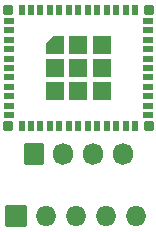
<source format=gbr>
%TF.GenerationSoftware,KiCad,Pcbnew,(6.0.2-0)*%
%TF.CreationDate,2022-04-02T10:18:43+01:00*%
%TF.ProjectId,Daikin,4461696b-696e-42e6-9b69-6361645f7063,1*%
%TF.SameCoordinates,Original*%
%TF.FileFunction,Soldermask,Top*%
%TF.FilePolarity,Negative*%
%FSLAX46Y46*%
G04 Gerber Fmt 4.6, Leading zero omitted, Abs format (unit mm)*
G04 Created by KiCad (PCBNEW (6.0.2-0)) date 2022-04-02 10:18:43*
%MOMM*%
%LPD*%
G01*
G04 APERTURE LIST*
G04 Aperture macros list*
%AMRoundRect*
0 Rectangle with rounded corners*
0 $1 Rounding radius*
0 $2 $3 $4 $5 $6 $7 $8 $9 X,Y pos of 4 corners*
0 Add a 4 corners polygon primitive as box body*
4,1,4,$2,$3,$4,$5,$6,$7,$8,$9,$2,$3,0*
0 Add four circle primitives for the rounded corners*
1,1,$1+$1,$2,$3*
1,1,$1+$1,$4,$5*
1,1,$1+$1,$6,$7*
1,1,$1+$1,$8,$9*
0 Add four rect primitives between the rounded corners*
20,1,$1+$1,$2,$3,$4,$5,0*
20,1,$1+$1,$4,$5,$6,$7,0*
20,1,$1+$1,$6,$7,$8,$9,0*
20,1,$1+$1,$8,$9,$2,$3,0*%
%AMFreePoly0*
4,1,14,0.732071,0.732071,0.735000,0.725000,0.735000,-0.725000,0.732071,-0.732071,0.725000,-0.735000,-0.725000,-0.735000,-0.732071,-0.732071,-0.735000,-0.725000,-0.735000,0.130500,-0.732071,0.137571,-0.137571,0.732071,-0.130500,0.735000,0.725000,0.735000,0.732071,0.732071,0.732071,0.732071,$1*%
G04 Aperture macros list end*
%ADD10RoundRect,0.010000X-0.400000X-0.200000X0.400000X-0.200000X0.400000X0.200000X-0.400000X0.200000X0*%
%ADD11RoundRect,0.010000X-0.200000X-0.400000X0.200000X-0.400000X0.200000X0.400000X-0.200000X0.400000X0*%
%ADD12RoundRect,0.010000X-0.725000X-0.725000X0.725000X-0.725000X0.725000X0.725000X-0.725000X0.725000X0*%
%ADD13FreePoly0,0.000000*%
%ADD14RoundRect,0.010000X-0.350000X-0.350000X0.350000X-0.350000X0.350000X0.350000X-0.350000X0.350000X0*%
%ADD15RoundRect,0.010000X0.850000X-0.850000X0.850000X0.850000X-0.850000X0.850000X-0.850000X-0.850000X0*%
%ADD16O,1.720000X1.720000*%
%ADD17RoundRect,0.260000X-0.600000X-0.675000X0.600000X-0.675000X0.600000X0.675000X-0.600000X0.675000X0*%
%ADD18O,1.720000X1.870000*%
G04 APERTURE END LIST*
D10*
%TO.C,U1*%
X94100000Y-40193250D03*
X94100000Y-40993250D03*
X94100000Y-41793250D03*
X94100000Y-42593250D03*
X94100000Y-43393250D03*
X94100000Y-44193250D03*
X94100000Y-44993250D03*
X94100000Y-45793250D03*
X94100000Y-46593250D03*
X94100000Y-47393250D03*
X94100000Y-48193250D03*
D11*
X95200000Y-49093250D03*
X96000000Y-49093250D03*
X96800000Y-49093250D03*
X97600000Y-49093250D03*
X98400000Y-49093250D03*
X99200000Y-49093250D03*
X100000000Y-49093250D03*
X100800000Y-49093250D03*
X101600000Y-49093250D03*
X102400000Y-49093250D03*
X103200000Y-49093250D03*
X104000000Y-49093250D03*
X104800000Y-49093250D03*
D10*
X105900000Y-48193250D03*
X105900000Y-47393250D03*
X105900000Y-46593250D03*
X105900000Y-45793250D03*
X105900000Y-44993250D03*
X105900000Y-44193250D03*
X105900000Y-43393250D03*
X105900000Y-42593250D03*
X105900000Y-41793250D03*
X105900000Y-40993250D03*
X105900000Y-40193250D03*
D11*
X104800000Y-39293250D03*
X104000000Y-39293250D03*
X103200000Y-39293250D03*
X102400000Y-39293250D03*
X101600000Y-39293250D03*
X100800000Y-39293250D03*
X100000000Y-39293250D03*
X99200000Y-39293250D03*
X98400000Y-39293250D03*
X97600000Y-39293250D03*
X96800000Y-39293250D03*
X96000000Y-39293250D03*
X95200000Y-39293250D03*
D12*
X101975000Y-44193250D03*
X98025000Y-44193250D03*
X100000000Y-44193250D03*
X101975000Y-42218250D03*
X101975000Y-46168250D03*
D13*
X98025000Y-42218250D03*
D12*
X100000000Y-42218250D03*
X98025000Y-46168250D03*
X100000000Y-46168250D03*
D14*
X105950000Y-39243250D03*
X105950000Y-49143250D03*
X94050000Y-49143250D03*
X94050000Y-39243250D03*
%TD*%
D15*
%TO.C,J2*%
X94750000Y-56750000D03*
D16*
X97290000Y-56750000D03*
X99830000Y-56750000D03*
X102370000Y-56750000D03*
X104910000Y-56750000D03*
%TD*%
D17*
%TO.C,J1*%
X96250000Y-51440000D03*
D18*
X98750000Y-51440000D03*
X101250000Y-51440000D03*
X103750000Y-51440000D03*
%TD*%
M02*

</source>
